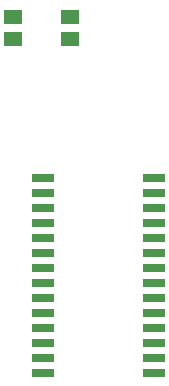
<source format=gbr>
G04 EAGLE Gerber RS-274X export*
G75*
%MOMM*%
%FSLAX34Y34*%
%LPD*%
%INSolderpaste Top*%
%IPPOS*%
%AMOC8*
5,1,8,0,0,1.08239X$1,22.5*%
G01*
%ADD10R,1.922000X0.650000*%
%ADD11R,1.500000X1.300000*%


D10*
X48110Y177800D03*
X48110Y165100D03*
X48110Y152400D03*
X48110Y139700D03*
X48110Y127000D03*
X48110Y114300D03*
X48110Y101600D03*
X48110Y88900D03*
X48110Y76200D03*
X48110Y63500D03*
X48110Y50800D03*
X48110Y38100D03*
X48110Y25400D03*
X48110Y12700D03*
X142390Y12700D03*
X142390Y25400D03*
X142390Y38100D03*
X142390Y50800D03*
X142390Y63500D03*
X142390Y76200D03*
X142390Y88900D03*
X142390Y101600D03*
X142390Y114300D03*
X142390Y127000D03*
X142390Y139700D03*
X142390Y152400D03*
X142390Y165100D03*
X142390Y177800D03*
D11*
X22860Y295300D03*
X22860Y314300D03*
X71120Y295300D03*
X71120Y314300D03*
M02*

</source>
